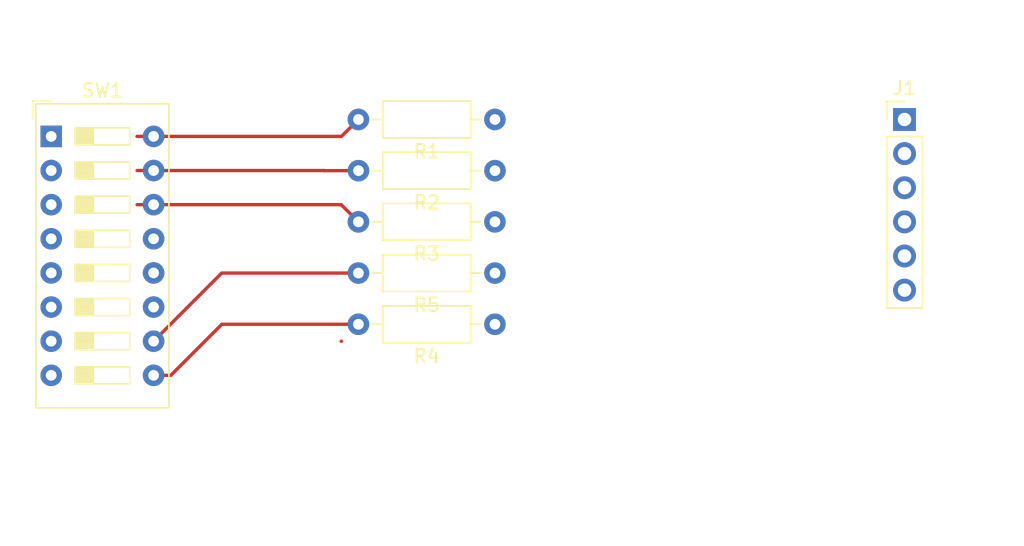
<source format=kicad_pcb>
(kicad_pcb (version 20221018) (generator pcbnew)
  (layers (0 "F.Cu" signal) (31 "B.Cu" signal) (34 "B.Paste" user) (35 "F.Paste" user) (36 "B.SilkS" user "B.Silkscreen") (37 "F.SilkS" user "F.Silkscreen") (38 "B.Mask" user) (39 "F.Mask" user) (44 "Edge.Cuts" user))
  (net 0 "")
  (net 1 "GND")
  (net 2 "CTS")
  (net 3 "VCC")
  (net 4 "TXD")
  (net 5 "RXD")
  (net 6 "RTS")
  (net 7 "MD0")
  (net 8 "MD1")
  (net 9 "MD2")
  (net 10 "P00")
  (net 17 "P01")
  (footprint "Resistor_THT:R_Axial_DIN0207_L6.3mm_D2.5mm_P10.16mm_Horizontal" (layer "F.Cu") (at 142.24 58.42 180)
    (fp_text reference "R1" (at 5.08 -2.37) (layer "F.SilkS"))
    (fp_text value "10K")
    (fp_line (start 1.04 0) (end 1.81 0) (stroke (width 0.12)) (layer "F.SilkS"))
    (fp_line (start 1.81 -1.37) (end 1.81 1.37) (stroke (width 0.12)) (layer "F.SilkS"))
    (fp_line (start 1.81 1.37) (end 8.35 1.37) (stroke (width 0.12)) (layer "F.SilkS"))
    (fp_line (start 8.35 -1.37) (end 1.81 -1.37) (stroke (width 0.12)) (layer "F.SilkS"))
    (fp_line (start 8.35 1.37) (end 8.35 -1.37) (stroke (width 0.12)) (layer "F.SilkS"))
    (fp_line (start 9.12 0) (end 8.35 0) (stroke (width 0.12)) (layer "F.SilkS"))
    (pad "1" thru_hole circle (at 0 0 180) (size 1.6 1.6) (drill 0.8) (layers "*.Cu" "*.Mask") (net 3 "VCC"))
    (pad "2" thru_hole oval (at 10.16 0 180) (size 1.6 1.6) (drill 0.8) (layers "*.Cu" "*.Mask") (net 7 "MD0"))
  )
  (footprint "Resistor_THT:R_Axial_DIN0207_L6.3mm_D2.5mm_P10.16mm_Horizontal" (layer "F.Cu") (at 142.24 69.85 180)
    (fp_text reference "R5" (at 5.08 -2.37) (layer "F.SilkS"))
    (fp_text value "10K")
    (fp_line (start 1.04 0) (end 1.81 0) (stroke (width 0.12)) (layer "F.SilkS"))
    (fp_line (start 1.81 -1.37) (end 1.81 1.37) (stroke (width 0.12)) (layer "F.SilkS"))
    (fp_line (start 1.81 1.37) (end 8.35 1.37) (stroke (width 0.12)) (layer "F.SilkS"))
    (fp_line (start 8.35 -1.37) (end 1.81 -1.37) (stroke (width 0.12)) (layer "F.SilkS"))
    (fp_line (start 8.35 1.37) (end 8.35 -1.37) (stroke (width 0.12)) (layer "F.SilkS"))
    (fp_line (start 9.12 0) (end 8.35 0) (stroke (width 0.12)) (layer "F.SilkS"))
    (pad "1" thru_hole circle (at 0 0 180) (size 1.6 1.6) (drill 0.8) (layers "*.Cu" "*.Mask") (net 3 "VCC"))
    (pad "2" thru_hole oval (at 10.16 0 180) (size 1.6 1.6) (drill 0.8) (layers "*.Cu" "*.Mask") (net 17 "P01"))
  )
  (footprint "Resistor_THT:R_Axial_DIN0207_L6.3mm_D2.5mm_P10.16mm_Horizontal" (layer "F.Cu") (at 142.24 66.04 180)
    (fp_text reference "R3" (at 5.08 -2.37) (layer "F.SilkS"))
    (fp_text value "10K")
    (fp_line (start 1.04 0) (end 1.81 0) (stroke (width 0.12)) (layer "F.SilkS"))
    (fp_line (start 1.81 -1.37) (end 1.81 1.37) (stroke (width 0.12)) (layer "F.SilkS"))
    (fp_line (start 1.81 1.37) (end 8.35 1.37) (stroke (width 0.12)) (layer "F.SilkS"))
    (fp_line (start 8.35 -1.37) (end 1.81 -1.37) (stroke (width 0.12)) (layer "F.SilkS"))
    (fp_line (start 8.35 1.37) (end 8.35 -1.37) (stroke (width 0.12)) (layer "F.SilkS"))
    (fp_line (start 9.12 0) (end 8.35 0) (stroke (width 0.12)) (layer "F.SilkS"))
    (pad "1" thru_hole circle (at 0 0 180) (size 1.6 1.6) (drill 0.8) (layers "*.Cu" "*.Mask") (net 3 "VCC"))
    (pad "2" thru_hole oval (at 10.16 0 180) (size 1.6 1.6) (drill 0.8) (layers "*.Cu" "*.Mask") (net 9 "MD2"))
  )
  (footprint "Button_Switch_THT:SW_DIP_SPSTx08_Slide_9.78x22.5mm_W7.62mm_P2.54mm" (layer "F.Cu") (at 109.22 59.68)
    (fp_text reference "SW1" (at 3.81 -3.42) (layer "F.SilkS"))
    (fp_text value "SW_DIP_x08")
    (fp_line (start -1.38 -2.66) (end -1.38 -1.277) (stroke (width 0.12)) (layer "F.SilkS"))
    (fp_line (start -1.38 -2.66) (end 0.004 -2.66) (stroke (width 0.12)) (layer "F.SilkS"))
    (fp_line (start -1.14 -2.42) (end -1.14 20.201) (stroke (width 0.12)) (layer "F.SilkS"))
    (fp_line (start -1.14 -2.42) (end 8.76 -2.42) (stroke (width 0.12)) (layer "F.SilkS"))
    (fp_line (start -1.14 20.201) (end 8.76 20.201) (stroke (width 0.12)) (layer "F.SilkS"))
    (fp_line (start 1.78 -0.635) (end 1.78 0.635) (stroke (width 0.12)) (layer "F.SilkS"))
    (fp_line (start 1.78 -0.515) (end 3.133333 -0.515) (stroke (width 0.12)) (layer "F.SilkS"))
    (fp_line (start 1.78 -0.395) (end 3.133333 -0.395) (stroke (width 0.12)) (layer "F.SilkS"))
    (fp_line (start 1.78 -0.275) (end 3.133333 -0.275) (stroke (width 0.12)) (layer "F.SilkS"))
    (fp_line (start 1.78 -0.155) (end 3.133333 -0.155) (stroke (width 0.12)) (layer "F.SilkS"))
    (fp_line (start 1.78 -0.035) (end 3.133333 -0.035) (stroke (width 0.12)) (layer "F.SilkS"))
    (fp_line (start 1.78 0.085) (end 3.133333 0.085) (stroke (width 0.12)) (layer "F.SilkS"))
    (fp_line (start 1.78 0.205) (end 3.133333 0.205) (stroke (width 0.12)) (layer "F.SilkS"))
    (fp_line (start 1.78 0.325) (end 3.133333 0.325) (stroke (width 0.12)) (layer "F.SilkS"))
    (fp_line (start 1.78 0.445) (end 3.133333 0.445) (stroke (width 0.12)) (layer "F.SilkS"))
    (fp_line (start 1.78 0.565) (end 3.133333 0.565) (stroke (width 0.12)) (layer "F.SilkS"))
    (fp_line (start 1.78 0.635) (end 5.84 0.635) (stroke (width 0.12)) (layer "F.SilkS"))
    (fp_line (start 1.78 1.905) (end 1.78 3.175) (stroke (width 0.12)) (layer "F.SilkS"))
    (fp_line (start 1.78 2.025) (end 3.133333 2.025) (stroke (width 0.12)) (layer "F.SilkS"))
    (fp_line (start 1.78 2.145) (end 3.133333 2.145) (stroke (width 0.12)) (layer "F.SilkS"))
    (fp_line (start 1.78 2.265) (end 3.133333 2.265) (stroke (width 0.12)) (layer "F.SilkS"))
    (fp_line (start 1.78 2.385) (end 3.133333 2.385) (stroke (width 0.12)) (layer "F.SilkS"))
    (fp_line (start 1.78 2.505) (end 3.133333 2.505) (stroke (width 0.12)) (layer "F.SilkS"))
    (fp_line (start 1.78 2.625) (end 3.133333 2.625) (stroke (width 0.12)) (layer "F.SilkS"))
    (fp_line (start 1.78 2.745) (end 3.133333 2.745) (stroke (width 0.12)) (layer "F.SilkS"))
    (fp_line (start 1.78 2.865) (end 3.133333 2.865) (stroke (width 0.12)) (layer "F.SilkS"))
    (fp_line (start 1.78 2.985) (end 3.133333 2.985) (stroke (width 0.12)) (layer "F.SilkS"))
    (fp_line (start 1.78 3.105) (end 3.133333 3.105) (stroke (width 0.12)) (layer "F.SilkS"))
    (fp_line (start 1.78 3.175) (end 5.84 3.175) (stroke (width 0.12)) (layer "F.SilkS"))
    (fp_line (start 1.78 4.445) (end 1.78 5.715) (stroke (width 0.12)) (layer "F.SilkS"))
    (fp_line (start 1.78 4.565) (end 3.133333 4.565) (stroke (width 0.12)) (layer "F.SilkS"))
    (fp_line (start 1.78 4.685) (end 3.133333 4.685) (stroke (width 0.12)) (layer "F.SilkS"))
    (fp_line (start 1.78 4.805) (end 3.133333 4.805) (stroke (width 0.12)) (layer "F.SilkS"))
    (fp_line (start 1.78 4.925) (end 3.133333 4.925) (stroke (width 0.12)) (layer "F.SilkS"))
    (fp_line (start 1.78 5.045) (end 3.133333 5.045) (stroke (width 0.12)) (layer "F.SilkS"))
    (fp_line (start 1.78 5.165) (end 3.133333 5.165) (stroke (width 0.12)) (layer "F.SilkS"))
    (fp_line (start 1.78 5.285) (end 3.133333 5.285) (stroke (width 0.12)) (layer "F.SilkS"))
    (fp_line (start 1.78 5.405) (end 3.133333 5.405) (stroke (width 0.12)) (layer "F.SilkS"))
    (fp_line (start 1.78 5.525) (end 3.133333 5.525) (stroke (width 0.12)) (layer "F.SilkS"))
    (fp_line (start 1.78 5.645) (end 3.133333 5.645) (stroke (width 0.12)) (layer "F.SilkS"))
    (fp_line (start 1.78 5.715) (end 5.84 5.715) (stroke (width 0.12)) (layer "F.SilkS"))
    (fp_line (start 1.78 6.985) (end 1.78 8.255) (stroke (width 0.12)) (layer "F.SilkS"))
    (fp_line (start 1.78 7.105) (end 3.133333 7.105) (stroke (width 0.12)) (layer "F.SilkS"))
    (fp_line (start 1.78 7.225) (end 3.133333 7.225) (stroke (width 0.12)) (layer "F.SilkS"))
    (fp_line (start 1.78 7.345) (end 3.133333 7.345) (stroke (width 0.12)) (layer "F.SilkS"))
    (fp_line (start 1.78 7.465) (end 3.133333 7.465) (stroke (width 0.12)) (layer "F.SilkS"))
    (fp_line (start 1.78 7.585) (end 3.133333 7.585) (stroke (width 0.12)) (layer "F.SilkS"))
    (fp_line (start 1.78 7.705) (end 3.133333 7.705) (stroke (width 0.12)) (layer "F.SilkS"))
    (fp_line (start 1.78 7.825) (end 3.133333 7.825) (stroke (width 0.12)) (layer "F.SilkS"))
    (fp_line (start 1.78 7.945) (end 3.133333 7.945) (stroke (width 0.12)) (layer "F.SilkS"))
    (fp_line (start 1.78 8.065) (end 3.133333 8.065) (stroke (width 0.12)) (layer "F.SilkS"))
    (fp_line (start 1.78 8.185) (end 3.133333 8.185) (stroke (width 0.12)) (layer "F.SilkS"))
    (fp_line (start 1.78 8.255) (end 5.84 8.255) (stroke (width 0.12)) (layer "F.SilkS"))
    (fp_line (start 1.78 9.525) (end 1.78 10.795) (stroke (width 0.12)) (layer "F.SilkS"))
    (fp_line (start 1.78 9.645) (end 3.133333 9.645) (stroke (width 0.12)) (layer "F.SilkS"))
    (fp_line (start 1.78 9.765) (end 3.133333 9.765) (stroke (width 0.12)) (layer "F.SilkS"))
    (fp_line (start 1.78 9.885) (end 3.133333 9.885) (stroke (width 0.12)) (layer "F.SilkS"))
    (fp_line (start 1.78 10.005) (end 3.133333 10.005) (stroke (width 0.12)) (layer "F.SilkS"))
    (fp_line (start 1.78 10.125) (end 3.133333 10.125) (stroke (width 0.12)) (layer "F.SilkS"))
    (fp_line (start 1.78 10.245) (end 3.133333 10.245) (stroke (width 0.12)) (layer "F.SilkS"))
    (fp_line (start 1.78 10.365) (end 3.133333 10.365) (stroke (width 0.12)) (layer "F.SilkS"))
    (fp_line (start 1.78 10.485) (end 3.133333 10.485) (stroke (width 0.12)) (layer "F.SilkS"))
    (fp_line (start 1.78 10.605) (end 3.133333 10.605) (stroke (width 0.12)) (layer "F.SilkS"))
    (fp_line (start 1.78 10.725) (end 3.133333 10.725) (stroke (width 0.12)) (layer "F.SilkS"))
    (fp_line (start 1.78 10.795) (end 5.84 10.795) (stroke (width 0.12)) (layer "F.SilkS"))
    (fp_line (start 1.78 12.065) (end 1.78 13.335) (stroke (width 0.12)) (layer "F.SilkS"))
    (fp_line (start 1.78 12.185) (end 3.133333 12.185) (stroke (width 0.12)) (layer "F.SilkS"))
    (fp_line (start 1.78 12.305) (end 3.133333 12.305) (stroke (width 0.12)) (layer "F.SilkS"))
    (fp_line (start 1.78 12.425) (end 3.133333 12.425) (stroke (width 0.12)) (layer "F.SilkS"))
    (fp_line (start 1.78 12.545) (end 3.133333 12.545) (stroke (width 0.12)) (layer "F.SilkS"))
    (fp_line (start 1.78 12.665) (end 3.133333 12.665) (stroke (width 0.12)) (layer "F.SilkS"))
    (fp_line (start 1.78 12.785) (end 3.133333 12.785) (stroke (width 0.12)) (layer "F.SilkS"))
    (fp_line (start 1.78 12.905) (end 3.133333 12.905) (stroke (width 0.12)) (layer "F.SilkS"))
    (fp_line (start 1.78 13.025) (end 3.133333 13.025) (stroke (width 0.12)) (layer "F.SilkS"))
    (fp_line (start 1.78 13.145) (end 3.133333 13.145) (stroke (width 0.12)) (layer "F.SilkS"))
    (fp_line (start 1.78 13.265) (end 3.133333 13.265) (stroke (width 0.12)) (layer "F.SilkS"))
    (fp_line (start 1.78 13.335) (end 5.84 13.335) (stroke (width 0.12)) (layer "F.SilkS"))
    (fp_line (start 1.78 14.605) (end 1.78 15.875) (stroke (width 0.12)) (layer "F.SilkS"))
    (fp_line (start 1.78 14.725) (end 3.133333 14.725) (stroke (width 0.12)) (layer "F.SilkS"))
    (fp_line (start 1.78 14.845) (end 3.133333 14.845) (stroke (width 0.12)) (layer "F.SilkS"))
    (fp_line (start 1.78 14.965) (end 3.133333 14.965) (stroke (width 0.12)) (layer "F.SilkS"))
    (fp_line (start 1.78 15.085) (end 3.133333 15.085) (stroke (width 0.12)) (layer "F.SilkS"))
    (fp_line (start 1.78 15.205) (end 3.133333 15.205) (stroke (width 0.12)) (layer "F.SilkS"))
    (fp_line (start 1.78 15.325) (end 3.133333 15.325) (stroke (width 0.12)) (layer "F.SilkS"))
    (fp_line (start 1.78 15.445) (end 3.133333 15.445) (stroke (width 0.12)) (layer "F.SilkS"))
    (fp_line (start 1.78 15.565) (end 3.133333 15.565) (stroke (width 0.12)) (layer "F.SilkS"))
    (fp_line (start 1.78 15.685) (end 3.133333 15.685) (stroke (width 0.12)) (layer "F.SilkS"))
    (fp_line (start 1.78 15.805) (end 3.133333 15.805) (stroke (width 0.12)) (layer "F.SilkS"))
    (fp_line (start 1.78 15.875) (end 5.84 15.875) (stroke (width 0.12)) (layer "F.SilkS"))
    (fp_line (start 1.78 17.145) (end 1.78 18.415) (stroke (width 0.12)) (layer "F.SilkS"))
    (fp_line (start 1.78 17.265) (end 3.133333 17.265) (stroke (width 0.12)) (layer "F.SilkS"))
    (fp_line (start 1.78 17.385) (end 3.133333 17.385) (stroke (width 0.12)) (layer "F.SilkS"))
    (fp_line (start 1.78 17.505) (end 3.133333 17.505) (stroke (width 0.12)) (layer "F.SilkS"))
    (fp_line (start 1.78 17.625) (end 3.133333 17.625) (stroke (width 0.12)) (layer "F.SilkS"))
    (fp_line (start 1.78 17.745) (end 3.133333 17.745) (stroke (width 0.12)) (layer "F.SilkS"))
    (fp_line (start 1.78 17.865) (end 3.133333 17.865) (stroke (width 0.12)) (layer "F.SilkS"))
    (fp_line (start 1.78 17.985) (end 3.133333 17.985) (stroke (width 0.12)) (layer "F.SilkS"))
    (fp_line (start 1.78 18.105) (end 3.133333 18.105) (stroke (width 0.12)) (layer "F.SilkS"))
    (fp_line (start 1.78 18.225) (end 3.133333 18.225) (stroke (width 0.12)) (layer "F.SilkS"))
    (fp_line (start 1.78 18.345) (end 3.133333 18.345) (stroke (width 0.12)) (layer "F.SilkS"))
    (fp_line (start 1.78 18.415) (end 5.84 18.415) (stroke (width 0.12)) (layer "F.SilkS"))
    (fp_line (start 3.133333 -0.635) (end 3.133333 0.635) (stroke (width 0.12)) (layer "F.SilkS"))
    (fp_line (start 3.133333 1.905) (end 3.133333 3.175) (stroke (width 0.12)) (layer "F.SilkS"))
    (fp_line (start 3.133333 4.445) (end 3.133333 5.715) (stroke (width 0.12)) (layer "F.SilkS"))
    (fp_line (start 3.133333 6.985) (end 3.133333 8.255) (stroke (width 0.12)) (layer "F.SilkS"))
    (fp_line (start 3.133333 9.525) (end 3.133333 10.795) (stroke (width 0.12)) (layer "F.SilkS"))
    (fp_line (start 3.133333 12.065) (end 3.133333 13.335) (stroke (width 0.12)) (layer "F.SilkS"))
    (fp_line (start 3.133333 14.605) (end 3.133333 15.875) (stroke (width 0.12)) (layer "F.SilkS"))
    (fp_line (start 3.133333 17.145) (end 3.133333 18.415) (stroke (width 0.12)) (layer "F.SilkS"))
    (fp_line (start 5.84 -0.635) (end 1.78 -0.635) (stroke (width 0.12)) (layer "F.SilkS"))
    (fp_line (start 5.84 0.635) (end 5.84 -0.635) (stroke (width 0.12)) (layer "F.SilkS"))
    (fp_line (start 5.84 1.905) (end 1.78 1.905) (stroke (width 0.12)) (layer "F.SilkS"))
    (fp_line (start 5.84 3.175) (end 5.84 1.905) (stroke (width 0.12)) (layer "F.SilkS"))
    (fp_line (start 5.84 4.445) (end 1.78 4.445) (stroke (width 0.12)) (layer "F.SilkS"))
    (fp_line (start 5.84 5.715) (end 5.84 4.445) (stroke (width 0.12)) (layer "F.SilkS"))
    (fp_line (start 5.84 6.985) (end 1.78 6.985) (stroke (width 0.12)) (layer "F.SilkS"))
    (fp_line (start 5.84 8.255) (end 5.84 6.985) (stroke (width 0.12)) (layer "F.SilkS"))
    (fp_line (start 5.84 9.525) (end 1.78 9.525) (stroke (width 0.12)) (layer "F.SilkS"))
    (fp_line (start 5.84 10.795) (end 5.84 9.525) (stroke (width 0.12)) (layer "F.SilkS"))
    (fp_line (start 5.84 12.065) (end 1.78 12.065) (stroke (width 0.12)) (layer "F.SilkS"))
    (fp_line (start 5.84 13.335) (end 5.84 12.065) (stroke (width 0.12)) (layer "F.SilkS"))
    (fp_line (start 5.84 14.605) (end 1.78 14.605) (stroke (width 0.12)) (layer "F.SilkS"))
    (fp_line (start 5.84 15.875) (end 5.84 14.605) (stroke (width 0.12)) (layer "F.SilkS"))
    (fp_line (start 5.84 17.145) (end 1.78 17.145) (stroke (width 0.12)) (layer "F.SilkS"))
    (fp_line (start 5.84 18.415) (end 5.84 17.145) (stroke (width 0.12)) (layer "F.SilkS"))
    (fp_line (start 8.76 -2.42) (end 8.76 20.201) (stroke (width 0.12)) (layer "F.SilkS"))
    (pad "1" thru_hole rect (at 0 0) (size 1.6 1.6) (drill 0.8) (layers "*.Cu" "*.Mask") (net 1 "GND"))
    (pad "2" thru_hole oval (at 0 2.54) (size 1.6 1.6) (drill 0.8) (layers "*.Cu" "*.Mask") (net 1 "GND"))
    (pad "3" thru_hole oval (at 0 5.08) (size 1.6 1.6) (drill 0.8) (layers "*.Cu" "*.Mask") (net 1 "GND"))
    (pad "4" thru_hole oval (at 0 7.62) (size 1.6 1.6) (drill 0.8) (layers "*.Cu" "*.Mask"))
    (pad "5" thru_hole oval (at 0 10.16) (size 1.6 1.6) (drill 0.8) (layers "*.Cu" "*.Mask"))
    (pad "6" thru_hole oval (at 0 12.7) (size 1.6 1.6) (drill 0.8) (layers "*.Cu" "*.Mask"))
    (pad "7" thru_hole oval (at 0 15.24) (size 1.6 1.6) (drill 0.8) (layers "*.Cu" "*.Mask") (net 1 "GND"))
    (pad "8" thru_hole oval (at 0 17.78) (size 1.6 1.6) (drill 0.8) (layers "*.Cu" "*.Mask") (net 1 "GND"))
    (pad "9" thru_hole oval (at 7.62 17.78) (size 1.6 1.6) (drill 0.8) (layers "*.Cu" "*.Mask") (net 10 "P00"))
    (pad "10" thru_hole oval (at 7.62 15.24) (size 1.6 1.6) (drill 0.8) (layers "*.Cu" "*.Mask") (net 17 "P01"))
    (pad "11" thru_hole oval (at 7.62 12.7) (size 1.6 1.6) (drill 0.8) (layers "*.Cu" "*.Mask"))
    (pad "12" thru_hole oval (at 7.62 10.16) (size 1.6 1.6) (drill 0.8) (layers "*.Cu" "*.Mask"))
    (pad "13" thru_hole oval (at 7.62 7.62) (size 1.6 1.6) (drill 0.8) (layers "*.Cu" "*.Mask"))
    (pad "14" thru_hole oval (at 7.62 5.08) (size 1.6 1.6) (drill 0.8) (layers "*.Cu" "*.Mask") (net 9 "MD2"))
    (pad "15" thru_hole oval (at 7.62 2.54) (size 1.6 1.6) (drill 0.8) (layers "*.Cu" "*.Mask") (net 8 "MD1"))
    (pad "16" thru_hole oval (at 7.62 0) (size 1.6 1.6) (drill 0.8) (layers "*.Cu" "*.Mask") (net 7 "MD0"))
  )
  (footprint "Resistor_THT:R_Axial_DIN0207_L6.3mm_D2.5mm_P10.16mm_Horizontal" (layer "F.Cu") (at 142.24 73.66 180)
    (fp_text reference "R4" (at 5.08 -2.37) (layer "F.SilkS"))
    (fp_text value "10K")
    (fp_line (start 1.04 0) (end 1.81 0) (stroke (width 0.12)) (layer "F.SilkS"))
    (fp_line (start 1.81 -1.37) (end 1.81 1.37) (stroke (width 0.12)) (layer "F.SilkS"))
    (fp_line (start 1.81 1.37) (end 8.35 1.37) (stroke (width 0.12)) (layer "F.SilkS"))
    (fp_line (start 8.35 -1.37) (end 1.81 -1.37) (stroke (width 0.12)) (layer "F.SilkS"))
    (fp_line (start 8.35 1.37) (end 8.35 -1.37) (stroke (width 0.12)) (layer "F.SilkS"))
    (fp_line (start 9.12 0) (end 8.35 0) (stroke (width 0.12)) (layer "F.SilkS"))
    (pad "1" thru_hole circle (at 0 0 180) (size 1.6 1.6) (drill 0.8) (layers "*.Cu" "*.Mask") (net 3 "VCC"))
    (pad "2" thru_hole oval (at 10.16 0 180) (size 1.6 1.6) (drill 0.8) (layers "*.Cu" "*.Mask") (net 10 "P00"))
  )
  (footprint "Resistor_THT:R_Axial_DIN0207_L6.3mm_D2.5mm_P10.16mm_Horizontal" (layer "F.Cu") (at 142.245 62.23 180)
    (fp_text reference "R2" (at 5.08 -2.37) (layer "F.SilkS"))
    (fp_text value "10K")
    (fp_line (start 1.04 0) (end 1.81 0) (stroke (width 0.12)) (layer "F.SilkS"))
    (fp_line (start 1.81 -1.37) (end 1.81 1.37) (stroke (width 0.12)) (layer "F.SilkS"))
    (fp_line (start 1.81 1.37) (end 8.35 1.37) (stroke (width 0.12)) (layer "F.SilkS"))
    (fp_line (start 8.35 -1.37) (end 1.81 -1.37) (stroke (width 0.12)) (layer "F.SilkS"))
    (fp_line (start 8.35 1.37) (end 8.35 -1.37) (stroke (width 0.12)) (layer "F.SilkS"))
    (fp_line (start 9.12 0) (end 8.35 0) (stroke (width 0.12)) (layer "F.SilkS"))
    (pad "1" thru_hole circle (at 0 0 180) (size 1.6 1.6) (drill 0.8) (layers "*.Cu" "*.Mask") (net 3 "VCC"))
    (pad "2" thru_hole oval (at 10.16 0 180) (size 1.6 1.6) (drill 0.8) (layers "*.Cu" "*.Mask") (net 8 "MD1"))
  )
  (footprint "Connector_PinHeader_2.54mm:PinHeader_1x06_P2.54mm_Vertical" (layer "F.Cu") (at 172.72 58.42)
    (fp_text reference "J1" (at 0 -2.33) (layer "F.SilkS"))
    (fp_text value "Conn_01x06_Pin")
    (fp_line (start -1.33 -1.33) (end 0 -1.33) (stroke (width 0.12)) (layer "F.SilkS"))
    (fp_line (start -1.33 0) (end -1.33 -1.33) (stroke (width 0.12)) (layer "F.SilkS"))
    (fp_line (start -1.33 1.27) (end -1.33 14.03) (stroke (width 0.12)) (layer "F.SilkS"))
    (fp_line (start -1.33 1.27) (end 1.33 1.27) (stroke (width 0.12)) (layer "F.SilkS"))
    (fp_line (start -1.33 14.03) (end 1.33 14.03) (stroke (width 0.12)) (layer "F.SilkS"))
    (fp_line (start 1.33 1.27) (end 1.33 14.03) (stroke (width 0.12)) (layer "F.SilkS"))
    (pad "1" thru_hole rect (at 0 0) (size 1.7 1.7) (drill 1) (layers "*.Cu" "*.Mask") (net 1 "GND"))
    (pad "2" thru_hole oval (at 0 2.54) (size 1.7 1.7) (drill 1) (layers "*.Cu" "*.Mask") (net 2 "CTS"))
    (pad "3" thru_hole oval (at 0 5.08) (size 1.7 1.7) (drill 1) (layers "*.Cu" "*.Mask") (net 3 "VCC"))
    (pad "4" thru_hole oval (at 0 7.62) (size 1.7 1.7) (drill 1) (layers "*.Cu" "*.Mask") (net 4 "TXD"))
    (pad "5" thru_hole oval (at 0 10.16) (size 1.7 1.7) (drill 1) (layers "*.Cu" "*.Mask") (net 5 "RXD"))
    (pad "6" thru_hole oval (at 0 12.7) (size 1.7 1.7) (drill 1) (layers "*.Cu" "*.Mask") (net 6 "RTS"))
  )
  (segment (start 130.82 59.68) (end 132.08 58.42) (width 0.25) (layer "F.Cu") (net 7))
  (segment (start 115.6125 59.68) (end 130.82 59.68) (width 0.25) (layer "F.Cu") (net 7))
  (segment (start 129.545 62.23) (end 132.085 62.23) (width 0.25) (layer "F.Cu") (net 8))
  (segment (start 129.535 62.22) (end 129.545 62.23) (width 0.25) (layer "F.Cu") (net 8))
  (segment (start 115.6125 62.22) (end 129.53 62.22) (width 0.25) (layer "F.Cu") (net 8))
  (segment (start 115.6125 64.76) (end 130.8 64.76) (width 0.25) (layer "F.Cu") (net 9))
  (segment (start 130.8 64.76) (end 132.08 66.04) (width 0.25) (layer "F.Cu") (net 9))
  (segment (start 121.92 73.66) (end 132.08 73.66) (width 0.25) (layer "F.Cu") (net 10))
  (segment (start 118.12 77.46) (end 121.92 73.66) (width 0.25) (layer "F.Cu") (net 10))
  (segment (start 130.8 74.92) (end 130.81 74.93) (width 0.25) (layer "F.Cu") (net 10))
  (segment (start 116.84 77.46) (end 118.12 77.46) (width 0.25) (layer "F.Cu") (net 10))
  (segment (start 132.08 69.85) (end 121.91 69.85) (width 0.25) (layer "F.Cu") (net 17))
  (segment (start 121.91 69.85) (end 116.84 74.92) (width 0.25) (layer "F.Cu") (net 17))
  (segment (start 116.84 74.93) (end 116.84 74.92) (width 0.25) (layer "F.Cu") (net 17))
)
</source>
